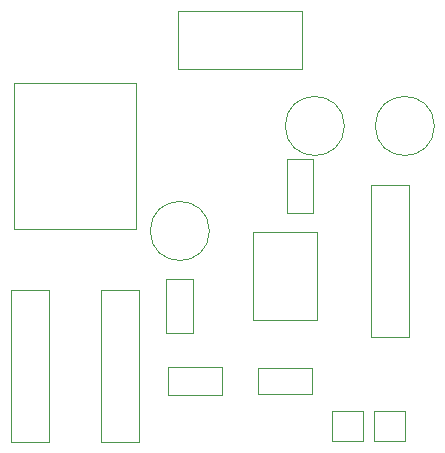
<source format=gbr>
%TF.GenerationSoftware,KiCad,Pcbnew,(5.1.9)-1*%
%TF.CreationDate,2021-03-24T11:57:43+05:30*%
%TF.ProjectId,dcmo,64636d6f-2e6b-4696-9361-645f70636258,rev?*%
%TF.SameCoordinates,Original*%
%TF.FileFunction,Other,User*%
%FSLAX46Y46*%
G04 Gerber Fmt 4.6, Leading zero omitted, Abs format (unit mm)*
G04 Created by KiCad (PCBNEW (5.1.9)-1) date 2021-03-24 11:57:43*
%MOMM*%
%LPD*%
G01*
G04 APERTURE LIST*
%ADD10C,0.050000*%
G04 APERTURE END LIST*
D10*
%TO.C,U1*%
X144940000Y-102760000D02*
X144940000Y-95360000D01*
X139540000Y-102760000D02*
X144940000Y-102760000D01*
X139540000Y-95360000D02*
X139540000Y-102760000D01*
X144940000Y-95360000D02*
X139540000Y-95360000D01*
%TO.C,TP1*%
X147280000Y-86360000D02*
G75*
G03*
X147280000Y-86360000I-2500000J0D01*
G01*
%TO.C,RV1*%
X119310000Y-95050000D02*
X129610000Y-95050000D01*
X129610000Y-95050000D02*
X129610000Y-82750000D01*
X129610000Y-82750000D02*
X119310000Y-82750000D01*
X119310000Y-82750000D02*
X119310000Y-95050000D01*
%TO.C,R2*%
X142390000Y-89160000D02*
X144630000Y-89160000D01*
X144630000Y-89160000D02*
X144630000Y-93720000D01*
X144630000Y-93720000D02*
X142390000Y-93720000D01*
X142390000Y-93720000D02*
X142390000Y-89160000D01*
%TO.C,R1*%
X144520000Y-106830000D02*
X144520000Y-109070000D01*
X144520000Y-109070000D02*
X139960000Y-109070000D01*
X139960000Y-109070000D02*
X139960000Y-106830000D01*
X139960000Y-106830000D02*
X144520000Y-106830000D01*
%TO.C,Q1*%
X133180000Y-76610000D02*
X133180000Y-81520000D01*
X133180000Y-81520000D02*
X143680000Y-81520000D01*
X143680000Y-81520000D02*
X143680000Y-76610000D01*
X143680000Y-76610000D02*
X133180000Y-76610000D01*
%TO.C,J1*%
X152430000Y-113060000D02*
X152430000Y-110460000D01*
X152430000Y-110460000D02*
X149830000Y-110460000D01*
X149830000Y-110460000D02*
X149830000Y-113060000D01*
X149830000Y-113060000D02*
X152430000Y-113060000D01*
X148830000Y-113060000D02*
X148830000Y-110460000D01*
X148830000Y-110460000D02*
X146230000Y-110460000D01*
X146230000Y-110460000D02*
X146230000Y-113060000D01*
X146230000Y-113060000D02*
X148830000Y-113060000D01*
%TO.C,GND2*%
X135850000Y-95250000D02*
G75*
G03*
X135850000Y-95250000I-2500000J0D01*
G01*
%TO.C,GND1*%
X154900000Y-86360000D02*
G75*
G03*
X154900000Y-86360000I-2500000J0D01*
G01*
%TO.C,D3*%
X149530000Y-104220000D02*
X152730000Y-104220000D01*
X152730000Y-104220000D02*
X152730000Y-91360000D01*
X152730000Y-91360000D02*
X149530000Y-91360000D01*
X149530000Y-91360000D02*
X149530000Y-104220000D01*
%TO.C,D2*%
X129870000Y-100250000D02*
X126670000Y-100250000D01*
X126670000Y-100250000D02*
X126670000Y-113110000D01*
X126670000Y-113110000D02*
X129870000Y-113110000D01*
X129870000Y-113110000D02*
X129870000Y-100250000D01*
%TO.C,D1*%
X119050000Y-113110000D02*
X122250000Y-113110000D01*
X122250000Y-113110000D02*
X122250000Y-100250000D01*
X122250000Y-100250000D02*
X119050000Y-100250000D01*
X119050000Y-100250000D02*
X119050000Y-113110000D01*
%TO.C,C2*%
X134500000Y-103900000D02*
X132200000Y-103900000D01*
X132200000Y-103900000D02*
X132200000Y-99300000D01*
X132200000Y-99300000D02*
X134500000Y-99300000D01*
X134500000Y-99300000D02*
X134500000Y-103900000D01*
%TO.C,C1*%
X136920000Y-106800000D02*
X136920000Y-109100000D01*
X136920000Y-109100000D02*
X132320000Y-109100000D01*
X132320000Y-109100000D02*
X132320000Y-106800000D01*
X132320000Y-106800000D02*
X136920000Y-106800000D01*
%TD*%
M02*

</source>
